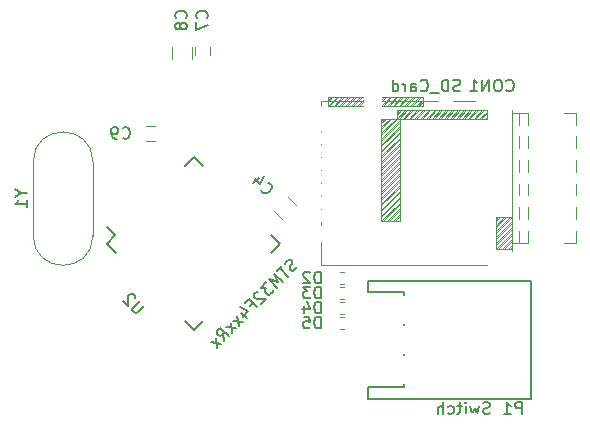
<source format=gbo>
G04 #@! TF.FileFunction,Legend,Bot*
%FSLAX46Y46*%
G04 Gerber Fmt 4.6, Leading zero omitted, Abs format (unit mm)*
G04 Created by KiCad (PCBNEW 4.0.6) date 03/12/17 16:14:44*
%MOMM*%
%LPD*%
G01*
G04 APERTURE LIST*
%ADD10C,0.100000*%
%ADD11C,0.150000*%
%ADD12C,0.120000*%
%ADD13C,0.050000*%
%ADD14C,2.600000*%
%ADD15C,2.400000*%
%ADD16C,1.900000*%
%ADD17R,1.150000X1.200000*%
%ADD18R,1.650000X1.400000*%
%ADD19R,1.200000X1.150000*%
%ADD20R,1.200000X1.200000*%
%ADD21R,2.100000X2.100000*%
%ADD22O,2.100000X2.100000*%
%ADD23C,3.600000*%
%ADD24R,2.300000X1.700000*%
%ADD25R,1.600000X1.100000*%
%ADD26R,1.600000X1.400000*%
%ADD27R,1.200000X1.400000*%
%ADD28R,3.200000X1.400000*%
G04 APERTURE END LIST*
D10*
D11*
X89224000Y-88506000D02*
X89224000Y-84556000D01*
X86224000Y-89006000D02*
X86224000Y-88506000D01*
X86224000Y-88506000D02*
X89224000Y-88506000D01*
X89224000Y-80506000D02*
X89224000Y-84556000D01*
X86224000Y-80006000D02*
X86224000Y-80506000D01*
X86224000Y-80506000D02*
X89224000Y-80506000D01*
X100024000Y-84506000D02*
X100024000Y-79506000D01*
X100024000Y-79506000D02*
X86224000Y-79506000D01*
X86224000Y-79506000D02*
X86224000Y-80006000D01*
X86224000Y-89506000D02*
X86224000Y-89006000D01*
X89224000Y-89506000D02*
X86224000Y-89506000D01*
X100024000Y-84506000D02*
X100024000Y-89506000D01*
X100024000Y-89506000D02*
X89224000Y-89506000D01*
X64125445Y-76378000D02*
X64832552Y-75670893D01*
X71444000Y-83696555D02*
X72204140Y-82936415D01*
X78762555Y-76378000D02*
X78002415Y-77138140D01*
X71444000Y-69059445D02*
X70683860Y-69819585D01*
X64125445Y-76378000D02*
X64885585Y-77138140D01*
X71444000Y-69059445D02*
X72204140Y-69819585D01*
X78762555Y-76378000D02*
X78002415Y-75617860D01*
X71444000Y-83696555D02*
X70683860Y-82936415D01*
X64832552Y-75670893D02*
X64107767Y-74946109D01*
D12*
X62920000Y-69443000D02*
G75*
G03X57870000Y-69443000I-2525000J0D01*
G01*
X62920000Y-75693000D02*
G75*
G02X57870000Y-75693000I-2525000J0D01*
G01*
X57870000Y-69443000D02*
X57870000Y-75693000D01*
X62920000Y-69443000D02*
X62920000Y-75693000D01*
X78945620Y-74305701D02*
X78238513Y-73598594D01*
X79440594Y-72396513D02*
X80147701Y-73103620D01*
X71606000Y-59721000D02*
X71606000Y-60421000D01*
X72806000Y-60421000D02*
X72806000Y-59721000D01*
X69578000Y-60749000D02*
X69578000Y-59749000D01*
X71278000Y-59749000D02*
X71278000Y-60749000D01*
X67456000Y-67656000D02*
X68156000Y-67656000D01*
X68156000Y-66456000D02*
X67456000Y-66456000D01*
X85336972Y-78794740D02*
X85336972Y-79794740D01*
X85336972Y-79794740D02*
X83236972Y-79794740D01*
X85336972Y-78794740D02*
X83236972Y-78794740D01*
X85336972Y-80064739D02*
X85336972Y-81064739D01*
X85336972Y-81064739D02*
X83236972Y-81064739D01*
X85336972Y-80064739D02*
X83236972Y-80064739D01*
X85336973Y-81334738D02*
X85336973Y-82334738D01*
X85336973Y-82334738D02*
X83236973Y-82334738D01*
X85336973Y-81334738D02*
X83236973Y-81334738D01*
X85336973Y-82604740D02*
X85336973Y-83604740D01*
X85336973Y-83604740D02*
X83236973Y-83604740D01*
X85336973Y-82604740D02*
X83236973Y-82604740D01*
D13*
X99800500Y-70296500D02*
X99800500Y-69296500D01*
X99800500Y-72296500D02*
X99800500Y-71296500D01*
X99800500Y-67296500D02*
X99800500Y-68296500D01*
X99800500Y-66296500D02*
X99800500Y-65296500D01*
X99800500Y-74296500D02*
X99800500Y-73296500D01*
X98400500Y-65296500D02*
X99800500Y-65296500D01*
X99800500Y-76296500D02*
X99800500Y-75296500D01*
X99800500Y-76296500D02*
X98400500Y-76296500D01*
X97050500Y-74496500D02*
X97400500Y-74146500D01*
X97050500Y-74346500D02*
X97250500Y-74146500D01*
X97050500Y-74996500D02*
X97900500Y-74146500D01*
X97050500Y-74846500D02*
X97750500Y-74146500D01*
X97050500Y-76496500D02*
X98400500Y-75146500D01*
X97050500Y-76346500D02*
X98400500Y-74996500D01*
X98200500Y-76846500D02*
X98400500Y-76646500D01*
X98050500Y-76846500D02*
X98400500Y-76496500D01*
X97700500Y-76846500D02*
X98400500Y-76146500D01*
X97550500Y-76846500D02*
X98400500Y-75996500D01*
X97200500Y-76846500D02*
X98400500Y-75646500D01*
X97050500Y-76846500D02*
X98400500Y-75496500D01*
X87350500Y-66146500D02*
X87700500Y-65796500D01*
X87350500Y-65996500D02*
X87550500Y-65796500D01*
X87350500Y-66646500D02*
X88200500Y-65796500D01*
X87350500Y-66496500D02*
X88050500Y-65796500D01*
X87350500Y-67146500D02*
X88700500Y-65796500D01*
X87350500Y-66996500D02*
X88550500Y-65796500D01*
X87350500Y-74146500D02*
X88950500Y-72546500D01*
X87350500Y-73996500D02*
X88950500Y-72396500D01*
X88850500Y-74496500D02*
X88950500Y-74396500D01*
X88950500Y-74046500D02*
X88500500Y-74496500D01*
X88350500Y-74496500D02*
X88950500Y-73896500D01*
X88950500Y-73546500D02*
X88000500Y-74496500D01*
X87850500Y-74496500D02*
X88950500Y-73396500D01*
X87500500Y-74496500D02*
X88950500Y-73046500D01*
X87350500Y-74496500D02*
X88950500Y-72896500D01*
X96150500Y-65796500D02*
X96250500Y-65696500D01*
X90800500Y-64746500D02*
X90850500Y-64696500D01*
X85950500Y-64746500D02*
X86000500Y-64696500D01*
X85450500Y-64746500D02*
X86000500Y-64196500D01*
X84950500Y-64746500D02*
X85700500Y-63996500D01*
X84450500Y-64746500D02*
X85200500Y-63996500D01*
X83950500Y-64746500D02*
X84700500Y-63996500D01*
X83450500Y-64746500D02*
X84200500Y-63996500D01*
X82950500Y-64746500D02*
X83700500Y-63996500D01*
X82800500Y-64396500D02*
X83200500Y-63996500D01*
X83050500Y-63996500D02*
X82800500Y-64246500D01*
X85800500Y-64746500D02*
X86000500Y-64546500D01*
X85300500Y-64746500D02*
X86000500Y-64046500D01*
X84800500Y-64746500D02*
X85550500Y-63996500D01*
X84300500Y-64746500D02*
X85050500Y-63996500D01*
X83800500Y-64746500D02*
X84550500Y-63996500D01*
X83300500Y-64746500D02*
X84050500Y-63996500D01*
X82800500Y-64746500D02*
X83550500Y-63996500D01*
X98400500Y-64296500D02*
X98400500Y-78146500D01*
X82250500Y-64296500D02*
X98400500Y-64296500D01*
X82250500Y-78146500D02*
X98400500Y-78146500D01*
X82250500Y-64296500D02*
X82250500Y-78146500D01*
X98400500Y-74146500D02*
X97050500Y-74146500D01*
X97050500Y-76846500D02*
X98400500Y-76846500D01*
X97050500Y-74146500D02*
X97050500Y-76846500D01*
X88950500Y-74496500D02*
X88950500Y-65796500D01*
X87350500Y-74496500D02*
X88950500Y-74496500D01*
X87350500Y-65796500D02*
X87350500Y-74496500D01*
X88950500Y-65796500D02*
X87350500Y-65796500D01*
X96250500Y-65096500D02*
X88650500Y-65096500D01*
X96250500Y-65796500D02*
X96250500Y-65096500D01*
X88650500Y-65796500D02*
X96250500Y-65796500D01*
X88650500Y-65096500D02*
X88650500Y-65796500D01*
X87300500Y-63996500D02*
X87300500Y-64746500D01*
X90850500Y-63996500D02*
X87300500Y-63996500D01*
X90850500Y-64746500D02*
X90850500Y-63996500D01*
X87300500Y-64746500D02*
X90850500Y-64746500D01*
X86000500Y-63996500D02*
X82800500Y-63996500D01*
X86000500Y-64746500D02*
X86000500Y-63996500D01*
X82800500Y-64746500D02*
X86000500Y-64746500D01*
X82800500Y-64746500D02*
X82800500Y-63996500D01*
X89450500Y-64746500D02*
X90200500Y-63996500D01*
X89300500Y-64746500D02*
X90050500Y-63996500D01*
X88950500Y-64746500D02*
X89700500Y-63996500D01*
X88800500Y-64746500D02*
X89550500Y-63996500D01*
X88300500Y-64746500D02*
X89050500Y-63996500D01*
X88450500Y-64746500D02*
X89200500Y-63996500D01*
X87950500Y-64746500D02*
X88700500Y-63996500D01*
X87800500Y-64746500D02*
X88550500Y-63996500D01*
X87450500Y-64746500D02*
X88200500Y-63996500D01*
X87300500Y-64746500D02*
X88050500Y-63996500D01*
X87550500Y-63996500D02*
X87300500Y-64246500D01*
X87300500Y-64396500D02*
X87700500Y-63996500D01*
X89800500Y-64746500D02*
X90550500Y-63996500D01*
X89950500Y-64746500D02*
X90700500Y-63996500D01*
X90300500Y-64746500D02*
X90850500Y-64196500D01*
X90450500Y-64746500D02*
X90850500Y-64346500D01*
X90800500Y-65796500D02*
X91500500Y-65096500D01*
X90650500Y-65796500D02*
X91350500Y-65096500D01*
X90300500Y-65796500D02*
X91000500Y-65096500D01*
X90150500Y-65796500D02*
X90850500Y-65096500D01*
X89650500Y-65796500D02*
X90350500Y-65096500D01*
X89800500Y-65796500D02*
X90500500Y-65096500D01*
X89300500Y-65796500D02*
X90000500Y-65096500D01*
X89150500Y-65796500D02*
X89850500Y-65096500D01*
X88800500Y-65796500D02*
X89500500Y-65096500D01*
X88650500Y-65796500D02*
X89350500Y-65096500D01*
X88850500Y-65096500D02*
X88650500Y-65296500D01*
X88650500Y-65446500D02*
X89000500Y-65096500D01*
X91150500Y-65796500D02*
X91850500Y-65096500D01*
X91300500Y-65796500D02*
X92000500Y-65096500D01*
X91650500Y-65796500D02*
X92350500Y-65096500D01*
X91800500Y-65796500D02*
X92500500Y-65096500D01*
X92300500Y-65796500D02*
X93000500Y-65096500D01*
X92150500Y-65796500D02*
X92850500Y-65096500D01*
X92650500Y-65796500D02*
X93350500Y-65096500D01*
X92800500Y-65796500D02*
X93500500Y-65096500D01*
X93150500Y-65796500D02*
X93850500Y-65096500D01*
X93300500Y-65796500D02*
X94000500Y-65096500D01*
X93650500Y-65796500D02*
X94350500Y-65096500D01*
X93800500Y-65796500D02*
X94500500Y-65096500D01*
X94150500Y-65796500D02*
X94850500Y-65096500D01*
X94300500Y-65796500D02*
X95000500Y-65096500D01*
X94650500Y-65796500D02*
X95350500Y-65096500D01*
X94800500Y-65796500D02*
X95500500Y-65096500D01*
X95150500Y-65796500D02*
X95850500Y-65096500D01*
X95300500Y-65796500D02*
X96000500Y-65096500D01*
X95650500Y-65796500D02*
X96250500Y-65196500D01*
X95800500Y-65796500D02*
X96250500Y-65346500D01*
X87350500Y-73646500D02*
X88950500Y-72046500D01*
X87350500Y-73496500D02*
X88950500Y-71896500D01*
X87350500Y-73146500D02*
X88950500Y-71546500D01*
X87350500Y-72996500D02*
X88950500Y-71396500D01*
X87350500Y-72646500D02*
X88950500Y-71046500D01*
X87350500Y-72496500D02*
X88950500Y-70896500D01*
X87350500Y-72146500D02*
X88950500Y-70546500D01*
X87350500Y-71996500D02*
X88950500Y-70396500D01*
X87350500Y-71646500D02*
X88950500Y-70046500D01*
X87350500Y-71496500D02*
X88950500Y-69896500D01*
X87350500Y-71146500D02*
X88950500Y-69546500D01*
X87350500Y-70996500D02*
X88950500Y-69396500D01*
X87350500Y-70646500D02*
X88950500Y-69046500D01*
X87350500Y-70496500D02*
X88950500Y-68896500D01*
X87350500Y-70146500D02*
X88950500Y-68546500D01*
X87350500Y-69996500D02*
X88950500Y-68396500D01*
X87350500Y-69646500D02*
X88950500Y-68046500D01*
X87350500Y-69496500D02*
X88950500Y-67896500D01*
X87350500Y-69146500D02*
X88950500Y-67546500D01*
X87350500Y-68996500D02*
X88950500Y-67396500D01*
X87350500Y-68646500D02*
X88950500Y-67046500D01*
X87350500Y-68496500D02*
X88950500Y-66896500D01*
X87350500Y-68146500D02*
X88950500Y-66546500D01*
X87350500Y-67996500D02*
X88950500Y-66396500D01*
X87350500Y-67646500D02*
X88950500Y-66046500D01*
X87350500Y-67496500D02*
X88950500Y-65896500D01*
X97050500Y-75846500D02*
X98400500Y-74496500D01*
X97050500Y-75996500D02*
X98400500Y-74646500D01*
X97050500Y-75346500D02*
X98250500Y-74146500D01*
X97050500Y-75496500D02*
X98400500Y-74146500D01*
X103800500Y-72296500D02*
X103800500Y-71296500D01*
X103800500Y-74296500D02*
X103800500Y-73296500D01*
X103800500Y-70296500D02*
X103800500Y-69296500D01*
X103800500Y-67296500D02*
X103800500Y-68296500D01*
X103800500Y-66296500D02*
X103800500Y-65296500D01*
X102800500Y-65296500D02*
X103800500Y-65296500D01*
X103800500Y-76296500D02*
X103800500Y-75296500D01*
X103800500Y-76296500D02*
X102800500Y-76296500D01*
X99000500Y-74296500D02*
X99000500Y-73296500D01*
X99000500Y-72296500D02*
X99000500Y-71296500D01*
X99000500Y-70296500D02*
X99000500Y-69296500D01*
X99000500Y-67296500D02*
X99000500Y-68296500D01*
X99000500Y-66296500D02*
X99000500Y-65296500D01*
X99000500Y-76296500D02*
X99000500Y-75296500D01*
D11*
X99233095Y-90800381D02*
X99233095Y-89800381D01*
X98852142Y-89800381D01*
X98756904Y-89848000D01*
X98709285Y-89895619D01*
X98661666Y-89990857D01*
X98661666Y-90133714D01*
X98709285Y-90228952D01*
X98756904Y-90276571D01*
X98852142Y-90324190D01*
X99233095Y-90324190D01*
X97709285Y-90800381D02*
X98280714Y-90800381D01*
X97995000Y-90800381D02*
X97995000Y-89800381D01*
X98090238Y-89943238D01*
X98185476Y-90038476D01*
X98280714Y-90086095D01*
X96518286Y-90752762D02*
X96375429Y-90800381D01*
X96137333Y-90800381D01*
X96042095Y-90752762D01*
X95994476Y-90705143D01*
X95946857Y-90609905D01*
X95946857Y-90514667D01*
X95994476Y-90419429D01*
X96042095Y-90371810D01*
X96137333Y-90324190D01*
X96327810Y-90276571D01*
X96423048Y-90228952D01*
X96470667Y-90181333D01*
X96518286Y-90086095D01*
X96518286Y-89990857D01*
X96470667Y-89895619D01*
X96423048Y-89848000D01*
X96327810Y-89800381D01*
X96089714Y-89800381D01*
X95946857Y-89848000D01*
X95613524Y-90133714D02*
X95423048Y-90800381D01*
X95232571Y-90324190D01*
X95042095Y-90800381D01*
X94851619Y-90133714D01*
X94470667Y-90800381D02*
X94470667Y-90133714D01*
X94470667Y-89800381D02*
X94518286Y-89848000D01*
X94470667Y-89895619D01*
X94423048Y-89848000D01*
X94470667Y-89800381D01*
X94470667Y-89895619D01*
X94137334Y-90133714D02*
X93756382Y-90133714D01*
X93994477Y-89800381D02*
X93994477Y-90657524D01*
X93946858Y-90752762D01*
X93851620Y-90800381D01*
X93756382Y-90800381D01*
X92994476Y-90752762D02*
X93089714Y-90800381D01*
X93280191Y-90800381D01*
X93375429Y-90752762D01*
X93423048Y-90705143D01*
X93470667Y-90609905D01*
X93470667Y-90324190D01*
X93423048Y-90228952D01*
X93375429Y-90181333D01*
X93280191Y-90133714D01*
X93089714Y-90133714D01*
X92994476Y-90181333D01*
X92565905Y-90800381D02*
X92565905Y-89800381D01*
X92137333Y-90800381D02*
X92137333Y-90276571D01*
X92184952Y-90181333D01*
X92280190Y-90133714D01*
X92423048Y-90133714D01*
X92518286Y-90181333D01*
X92565905Y-90228952D01*
X67278804Y-81620692D02*
X66706384Y-82193112D01*
X66605369Y-82226784D01*
X66538026Y-82226784D01*
X66437011Y-82193112D01*
X66302323Y-82058424D01*
X66268651Y-81957409D01*
X66268651Y-81890066D01*
X66302323Y-81789051D01*
X66874743Y-81216631D01*
X66504354Y-80980929D02*
X66504354Y-80913585D01*
X66470682Y-80812570D01*
X66302323Y-80644211D01*
X66201308Y-80610539D01*
X66133964Y-80610539D01*
X66032949Y-80644211D01*
X65965606Y-80711554D01*
X65898262Y-80846241D01*
X65898262Y-81654364D01*
X65460529Y-81216631D01*
X80211057Y-78343363D02*
X80143714Y-78478050D01*
X79975354Y-78646409D01*
X79874339Y-78680081D01*
X79806996Y-78680081D01*
X79705981Y-78646409D01*
X79638637Y-78579066D01*
X79604965Y-78478050D01*
X79604965Y-78410707D01*
X79638636Y-78309691D01*
X79739652Y-78141332D01*
X79773324Y-78040317D01*
X79773324Y-77972973D01*
X79739652Y-77871958D01*
X79672309Y-77804615D01*
X79571294Y-77770943D01*
X79503950Y-77770943D01*
X79402935Y-77804615D01*
X79234576Y-77972974D01*
X79167232Y-78107661D01*
X78931530Y-78276019D02*
X78527469Y-78680081D01*
X79436607Y-79185157D02*
X78729500Y-78478050D01*
X78998874Y-79622890D02*
X78291767Y-78915783D01*
X78561141Y-79656562D01*
X77820362Y-79387188D01*
X78527469Y-80094294D01*
X77550988Y-79656561D02*
X77113255Y-80094294D01*
X77618332Y-80127965D01*
X77517316Y-80228981D01*
X77483644Y-80329996D01*
X77483644Y-80397340D01*
X77517317Y-80498356D01*
X77685675Y-80666714D01*
X77786690Y-80700386D01*
X77854034Y-80700386D01*
X77955049Y-80666714D01*
X78157080Y-80464683D01*
X78190752Y-80363668D01*
X78190752Y-80296325D01*
X76911225Y-80431012D02*
X76843882Y-80431012D01*
X76742867Y-80464683D01*
X76574507Y-80633043D01*
X76540836Y-80734058D01*
X76540836Y-80801401D01*
X76574507Y-80902416D01*
X76641851Y-80969760D01*
X76776538Y-81037103D01*
X77584660Y-81037103D01*
X77146927Y-81474836D01*
X76237789Y-81643195D02*
X76473492Y-81407492D01*
X76843882Y-81777882D02*
X76136775Y-81070775D01*
X75800057Y-81407493D01*
X75463339Y-82215615D02*
X75934744Y-82687019D01*
X75362325Y-81777882D02*
X76035760Y-82114600D01*
X75598027Y-82552333D01*
X75631698Y-82990065D02*
X74789904Y-82889050D01*
X75160294Y-82518660D02*
X75261309Y-83360455D01*
X75059279Y-83562485D02*
X74217484Y-83461470D01*
X74587874Y-83091080D02*
X74688889Y-83932874D01*
X74015454Y-84606310D02*
X73914439Y-84033889D01*
X74419515Y-84202248D02*
X73712408Y-83495141D01*
X73443034Y-83764516D01*
X73409362Y-83865531D01*
X73409362Y-83932874D01*
X73443034Y-84033890D01*
X73544049Y-84134905D01*
X73645064Y-84168576D01*
X73712408Y-84168576D01*
X73813423Y-84134905D01*
X74082797Y-83865530D01*
X73779752Y-84842012D02*
X72937957Y-84740996D01*
X73308347Y-84370607D02*
X73409362Y-85212401D01*
X56846190Y-72091809D02*
X57322381Y-72091809D01*
X56322381Y-71758476D02*
X56846190Y-72091809D01*
X56322381Y-72425143D01*
X57322381Y-73282286D02*
X57322381Y-72710857D01*
X57322381Y-72996571D02*
X56322381Y-72996571D01*
X56465238Y-72901333D01*
X56560476Y-72806095D01*
X56608095Y-72710857D01*
X77151312Y-71795389D02*
X77151312Y-71862732D01*
X77218656Y-71997419D01*
X77285999Y-72064763D01*
X77420687Y-72132107D01*
X77555374Y-72132107D01*
X77656389Y-72098435D01*
X77824747Y-71997420D01*
X77925763Y-71896404D01*
X78026778Y-71728045D01*
X78060450Y-71627030D01*
X78060450Y-71492343D01*
X77993106Y-71357656D01*
X77925763Y-71290312D01*
X77791076Y-71222969D01*
X77723732Y-71222969D01*
X76949282Y-70785236D02*
X76477877Y-71256641D01*
X77387015Y-70684222D02*
X77050297Y-71357657D01*
X76612564Y-70919924D01*
X72563143Y-57288334D02*
X72610762Y-57240715D01*
X72658381Y-57097858D01*
X72658381Y-57002620D01*
X72610762Y-56859762D01*
X72515524Y-56764524D01*
X72420286Y-56716905D01*
X72229810Y-56669286D01*
X72086952Y-56669286D01*
X71896476Y-56716905D01*
X71801238Y-56764524D01*
X71706000Y-56859762D01*
X71658381Y-57002620D01*
X71658381Y-57097858D01*
X71706000Y-57240715D01*
X71753619Y-57288334D01*
X71658381Y-57621667D02*
X71658381Y-58288334D01*
X72658381Y-57859762D01*
X70785143Y-57288334D02*
X70832762Y-57240715D01*
X70880381Y-57097858D01*
X70880381Y-57002620D01*
X70832762Y-56859762D01*
X70737524Y-56764524D01*
X70642286Y-56716905D01*
X70451810Y-56669286D01*
X70308952Y-56669286D01*
X70118476Y-56716905D01*
X70023238Y-56764524D01*
X69928000Y-56859762D01*
X69880381Y-57002620D01*
X69880381Y-57097858D01*
X69928000Y-57240715D01*
X69975619Y-57288334D01*
X70308952Y-57859762D02*
X70261333Y-57764524D01*
X70213714Y-57716905D01*
X70118476Y-57669286D01*
X70070857Y-57669286D01*
X69975619Y-57716905D01*
X69928000Y-57764524D01*
X69880381Y-57859762D01*
X69880381Y-58050239D01*
X69928000Y-58145477D01*
X69975619Y-58193096D01*
X70070857Y-58240715D01*
X70118476Y-58240715D01*
X70213714Y-58193096D01*
X70261333Y-58145477D01*
X70308952Y-58050239D01*
X70308952Y-57859762D01*
X70356571Y-57764524D01*
X70404190Y-57716905D01*
X70499429Y-57669286D01*
X70689905Y-57669286D01*
X70785143Y-57716905D01*
X70832762Y-57764524D01*
X70880381Y-57859762D01*
X70880381Y-58050239D01*
X70832762Y-58145477D01*
X70785143Y-58193096D01*
X70689905Y-58240715D01*
X70499429Y-58240715D01*
X70404190Y-58193096D01*
X70356571Y-58145477D01*
X70308952Y-58050239D01*
X65432666Y-67413143D02*
X65480285Y-67460762D01*
X65623142Y-67508381D01*
X65718380Y-67508381D01*
X65861238Y-67460762D01*
X65956476Y-67365524D01*
X66004095Y-67270286D01*
X66051714Y-67079810D01*
X66051714Y-66936952D01*
X66004095Y-66746476D01*
X65956476Y-66651238D01*
X65861238Y-66556000D01*
X65718380Y-66508381D01*
X65623142Y-66508381D01*
X65480285Y-66556000D01*
X65432666Y-66603619D01*
X64956476Y-67508381D02*
X64766000Y-67508381D01*
X64670761Y-67460762D01*
X64623142Y-67413143D01*
X64527904Y-67270286D01*
X64480285Y-67079810D01*
X64480285Y-66698857D01*
X64527904Y-66603619D01*
X64575523Y-66556000D01*
X64670761Y-66508381D01*
X64861238Y-66508381D01*
X64956476Y-66556000D01*
X65004095Y-66603619D01*
X65051714Y-66698857D01*
X65051714Y-66936952D01*
X65004095Y-67032190D01*
X64956476Y-67079810D01*
X64861238Y-67127429D01*
X64670761Y-67127429D01*
X64575523Y-67079810D01*
X64527904Y-67032190D01*
X64480285Y-66936952D01*
X82235067Y-79747121D02*
X82235067Y-78747121D01*
X81996972Y-78747121D01*
X81854114Y-78794740D01*
X81758876Y-78889978D01*
X81711257Y-78985216D01*
X81663638Y-79175692D01*
X81663638Y-79318550D01*
X81711257Y-79509026D01*
X81758876Y-79604264D01*
X81854114Y-79699502D01*
X81996972Y-79747121D01*
X82235067Y-79747121D01*
X81282686Y-78842359D02*
X81235067Y-78794740D01*
X81139829Y-78747121D01*
X80901733Y-78747121D01*
X80806495Y-78794740D01*
X80758876Y-78842359D01*
X80711257Y-78937597D01*
X80711257Y-79032835D01*
X80758876Y-79175692D01*
X81330305Y-79747121D01*
X80711257Y-79747121D01*
X82235067Y-81017120D02*
X82235067Y-80017120D01*
X81996972Y-80017120D01*
X81854114Y-80064739D01*
X81758876Y-80159977D01*
X81711257Y-80255215D01*
X81663638Y-80445691D01*
X81663638Y-80588549D01*
X81711257Y-80779025D01*
X81758876Y-80874263D01*
X81854114Y-80969501D01*
X81996972Y-81017120D01*
X82235067Y-81017120D01*
X81330305Y-80017120D02*
X80711257Y-80017120D01*
X81044591Y-80398072D01*
X80901733Y-80398072D01*
X80806495Y-80445691D01*
X80758876Y-80493310D01*
X80711257Y-80588549D01*
X80711257Y-80826644D01*
X80758876Y-80921882D01*
X80806495Y-80969501D01*
X80901733Y-81017120D01*
X81187448Y-81017120D01*
X81282686Y-80969501D01*
X81330305Y-80921882D01*
X82235068Y-82287119D02*
X82235068Y-81287119D01*
X81996973Y-81287119D01*
X81854115Y-81334738D01*
X81758877Y-81429976D01*
X81711258Y-81525214D01*
X81663639Y-81715690D01*
X81663639Y-81858548D01*
X81711258Y-82049024D01*
X81758877Y-82144262D01*
X81854115Y-82239500D01*
X81996973Y-82287119D01*
X82235068Y-82287119D01*
X80806496Y-81620452D02*
X80806496Y-82287119D01*
X81044592Y-81239500D02*
X81282687Y-81953786D01*
X80663639Y-81953786D01*
X82235068Y-83557121D02*
X82235068Y-82557121D01*
X81996973Y-82557121D01*
X81854115Y-82604740D01*
X81758877Y-82699978D01*
X81711258Y-82795216D01*
X81663639Y-82985692D01*
X81663639Y-83128550D01*
X81711258Y-83319026D01*
X81758877Y-83414264D01*
X81854115Y-83509502D01*
X81996973Y-83557121D01*
X82235068Y-83557121D01*
X80758877Y-82557121D02*
X81235068Y-82557121D01*
X81282687Y-83033311D01*
X81235068Y-82985692D01*
X81139830Y-82938073D01*
X80901734Y-82938073D01*
X80806496Y-82985692D01*
X80758877Y-83033311D01*
X80711258Y-83128550D01*
X80711258Y-83366645D01*
X80758877Y-83461883D01*
X80806496Y-83509502D01*
X80901734Y-83557121D01*
X81139830Y-83557121D01*
X81235068Y-83509502D01*
X81282687Y-83461883D01*
X97931285Y-63400143D02*
X97978904Y-63447762D01*
X98121761Y-63495381D01*
X98216999Y-63495381D01*
X98359857Y-63447762D01*
X98455095Y-63352524D01*
X98502714Y-63257286D01*
X98550333Y-63066810D01*
X98550333Y-62923952D01*
X98502714Y-62733476D01*
X98455095Y-62638238D01*
X98359857Y-62543000D01*
X98216999Y-62495381D01*
X98121761Y-62495381D01*
X97978904Y-62543000D01*
X97931285Y-62590619D01*
X97312238Y-62495381D02*
X97121761Y-62495381D01*
X97026523Y-62543000D01*
X96931285Y-62638238D01*
X96883666Y-62828714D01*
X96883666Y-63162048D01*
X96931285Y-63352524D01*
X97026523Y-63447762D01*
X97121761Y-63495381D01*
X97312238Y-63495381D01*
X97407476Y-63447762D01*
X97502714Y-63352524D01*
X97550333Y-63162048D01*
X97550333Y-62828714D01*
X97502714Y-62638238D01*
X97407476Y-62543000D01*
X97312238Y-62495381D01*
X96455095Y-63495381D02*
X96455095Y-62495381D01*
X95883666Y-63495381D01*
X95883666Y-62495381D01*
X94883666Y-63495381D02*
X95455095Y-63495381D01*
X95169381Y-63495381D02*
X95169381Y-62495381D01*
X95264619Y-62638238D01*
X95359857Y-62733476D01*
X95455095Y-62781095D01*
X94009953Y-63447762D02*
X93867096Y-63495381D01*
X93629000Y-63495381D01*
X93533762Y-63447762D01*
X93486143Y-63400143D01*
X93438524Y-63304905D01*
X93438524Y-63209667D01*
X93486143Y-63114429D01*
X93533762Y-63066810D01*
X93629000Y-63019190D01*
X93819477Y-62971571D01*
X93914715Y-62923952D01*
X93962334Y-62876333D01*
X94009953Y-62781095D01*
X94009953Y-62685857D01*
X93962334Y-62590619D01*
X93914715Y-62543000D01*
X93819477Y-62495381D01*
X93581381Y-62495381D01*
X93438524Y-62543000D01*
X93009953Y-63495381D02*
X93009953Y-62495381D01*
X92771858Y-62495381D01*
X92629000Y-62543000D01*
X92533762Y-62638238D01*
X92486143Y-62733476D01*
X92438524Y-62923952D01*
X92438524Y-63066810D01*
X92486143Y-63257286D01*
X92533762Y-63352524D01*
X92629000Y-63447762D01*
X92771858Y-63495381D01*
X93009953Y-63495381D01*
X92248048Y-63590619D02*
X91486143Y-63590619D01*
X90676619Y-63400143D02*
X90724238Y-63447762D01*
X90867095Y-63495381D01*
X90962333Y-63495381D01*
X91105191Y-63447762D01*
X91200429Y-63352524D01*
X91248048Y-63257286D01*
X91295667Y-63066810D01*
X91295667Y-62923952D01*
X91248048Y-62733476D01*
X91200429Y-62638238D01*
X91105191Y-62543000D01*
X90962333Y-62495381D01*
X90867095Y-62495381D01*
X90724238Y-62543000D01*
X90676619Y-62590619D01*
X89819476Y-63495381D02*
X89819476Y-62971571D01*
X89867095Y-62876333D01*
X89962333Y-62828714D01*
X90152810Y-62828714D01*
X90248048Y-62876333D01*
X89819476Y-63447762D02*
X89914714Y-63495381D01*
X90152810Y-63495381D01*
X90248048Y-63447762D01*
X90295667Y-63352524D01*
X90295667Y-63257286D01*
X90248048Y-63162048D01*
X90152810Y-63114429D01*
X89914714Y-63114429D01*
X89819476Y-63066810D01*
X89343286Y-63495381D02*
X89343286Y-62828714D01*
X89343286Y-63019190D02*
X89295667Y-62923952D01*
X89248048Y-62876333D01*
X89152810Y-62828714D01*
X89057571Y-62828714D01*
X88295666Y-63495381D02*
X88295666Y-62495381D01*
X88295666Y-63447762D02*
X88390904Y-63495381D01*
X88581381Y-63495381D01*
X88676619Y-63447762D01*
X88724238Y-63400143D01*
X88771857Y-63304905D01*
X88771857Y-63019190D01*
X88724238Y-62923952D01*
X88676619Y-62876333D01*
X88581381Y-62828714D01*
X88390904Y-62828714D01*
X88295666Y-62876333D01*
%LPC*%
D14*
X95000000Y-92000000D03*
D15*
X89224000Y-87046000D03*
X89224000Y-84506000D03*
X89224000Y-81966000D03*
X60776000Y-87046000D03*
X60776000Y-84506000D03*
X60776000Y-81966000D03*
D10*
G36*
X64037057Y-74733977D02*
X64496676Y-74274358D01*
X65486625Y-75264307D01*
X65027006Y-75723926D01*
X64037057Y-74733977D01*
X64037057Y-74733977D01*
G37*
G36*
X64390610Y-74380423D02*
X64850229Y-73920804D01*
X65840178Y-74910753D01*
X65380559Y-75370372D01*
X64390610Y-74380423D01*
X64390610Y-74380423D01*
G37*
G36*
X64744164Y-74026870D02*
X65203783Y-73567251D01*
X66193732Y-74557200D01*
X65734113Y-75016819D01*
X64744164Y-74026870D01*
X64744164Y-74026870D01*
G37*
G36*
X65097717Y-73673317D02*
X65557336Y-73213698D01*
X66547285Y-74203647D01*
X66087666Y-74663266D01*
X65097717Y-73673317D01*
X65097717Y-73673317D01*
G37*
G36*
X65451270Y-73319763D02*
X65910889Y-72860144D01*
X66900838Y-73850093D01*
X66441219Y-74309712D01*
X65451270Y-73319763D01*
X65451270Y-73319763D01*
G37*
G36*
X65804824Y-72966210D02*
X66264443Y-72506591D01*
X67254392Y-73496540D01*
X66794773Y-73956159D01*
X65804824Y-72966210D01*
X65804824Y-72966210D01*
G37*
G36*
X66158377Y-72612656D02*
X66617996Y-72153037D01*
X67607945Y-73142986D01*
X67148326Y-73602605D01*
X66158377Y-72612656D01*
X66158377Y-72612656D01*
G37*
G36*
X66511931Y-72259103D02*
X66971550Y-71799484D01*
X67961499Y-72789433D01*
X67501880Y-73249052D01*
X66511931Y-72259103D01*
X66511931Y-72259103D01*
G37*
G36*
X66865484Y-71905550D02*
X67325103Y-71445931D01*
X68315052Y-72435880D01*
X67855433Y-72895499D01*
X66865484Y-71905550D01*
X66865484Y-71905550D01*
G37*
G36*
X67219037Y-71551996D02*
X67678656Y-71092377D01*
X68668605Y-72082326D01*
X68208986Y-72541945D01*
X67219037Y-71551996D01*
X67219037Y-71551996D01*
G37*
G36*
X67572591Y-71198443D02*
X68032210Y-70738824D01*
X69022159Y-71728773D01*
X68562540Y-72188392D01*
X67572591Y-71198443D01*
X67572591Y-71198443D01*
G37*
G36*
X67926144Y-70844889D02*
X68385763Y-70385270D01*
X69375712Y-71375219D01*
X68916093Y-71834838D01*
X67926144Y-70844889D01*
X67926144Y-70844889D01*
G37*
G36*
X68279698Y-70491336D02*
X68739317Y-70031717D01*
X69729266Y-71021666D01*
X69269647Y-71481285D01*
X68279698Y-70491336D01*
X68279698Y-70491336D01*
G37*
G36*
X68633251Y-70137783D02*
X69092870Y-69678164D01*
X70082819Y-70668113D01*
X69623200Y-71127732D01*
X68633251Y-70137783D01*
X68633251Y-70137783D01*
G37*
G36*
X68986804Y-69784229D02*
X69446423Y-69324610D01*
X70436372Y-70314559D01*
X69976753Y-70774178D01*
X68986804Y-69784229D01*
X68986804Y-69784229D01*
G37*
G36*
X69340358Y-69430676D02*
X69799977Y-68971057D01*
X70789926Y-69961006D01*
X70330307Y-70420625D01*
X69340358Y-69430676D01*
X69340358Y-69430676D01*
G37*
G36*
X73088023Y-68971057D02*
X73547642Y-69430676D01*
X72557693Y-70420625D01*
X72098074Y-69961006D01*
X73088023Y-68971057D01*
X73088023Y-68971057D01*
G37*
G36*
X73441577Y-69324610D02*
X73901196Y-69784229D01*
X72911247Y-70774178D01*
X72451628Y-70314559D01*
X73441577Y-69324610D01*
X73441577Y-69324610D01*
G37*
G36*
X73795130Y-69678164D02*
X74254749Y-70137783D01*
X73264800Y-71127732D01*
X72805181Y-70668113D01*
X73795130Y-69678164D01*
X73795130Y-69678164D01*
G37*
G36*
X74148683Y-70031717D02*
X74608302Y-70491336D01*
X73618353Y-71481285D01*
X73158734Y-71021666D01*
X74148683Y-70031717D01*
X74148683Y-70031717D01*
G37*
G36*
X74502237Y-70385270D02*
X74961856Y-70844889D01*
X73971907Y-71834838D01*
X73512288Y-71375219D01*
X74502237Y-70385270D01*
X74502237Y-70385270D01*
G37*
G36*
X74855790Y-70738824D02*
X75315409Y-71198443D01*
X74325460Y-72188392D01*
X73865841Y-71728773D01*
X74855790Y-70738824D01*
X74855790Y-70738824D01*
G37*
G36*
X75209344Y-71092377D02*
X75668963Y-71551996D01*
X74679014Y-72541945D01*
X74219395Y-72082326D01*
X75209344Y-71092377D01*
X75209344Y-71092377D01*
G37*
G36*
X75562897Y-71445931D02*
X76022516Y-71905550D01*
X75032567Y-72895499D01*
X74572948Y-72435880D01*
X75562897Y-71445931D01*
X75562897Y-71445931D01*
G37*
G36*
X75916450Y-71799484D02*
X76376069Y-72259103D01*
X75386120Y-73249052D01*
X74926501Y-72789433D01*
X75916450Y-71799484D01*
X75916450Y-71799484D01*
G37*
G36*
X76270004Y-72153037D02*
X76729623Y-72612656D01*
X75739674Y-73602605D01*
X75280055Y-73142986D01*
X76270004Y-72153037D01*
X76270004Y-72153037D01*
G37*
G36*
X76623557Y-72506591D02*
X77083176Y-72966210D01*
X76093227Y-73956159D01*
X75633608Y-73496540D01*
X76623557Y-72506591D01*
X76623557Y-72506591D01*
G37*
G36*
X76977111Y-72860144D02*
X77436730Y-73319763D01*
X76446781Y-74309712D01*
X75987162Y-73850093D01*
X76977111Y-72860144D01*
X76977111Y-72860144D01*
G37*
G36*
X77330664Y-73213698D02*
X77790283Y-73673317D01*
X76800334Y-74663266D01*
X76340715Y-74203647D01*
X77330664Y-73213698D01*
X77330664Y-73213698D01*
G37*
G36*
X77684217Y-73567251D02*
X78143836Y-74026870D01*
X77153887Y-75016819D01*
X76694268Y-74557200D01*
X77684217Y-73567251D01*
X77684217Y-73567251D01*
G37*
G36*
X78037771Y-73920804D02*
X78497390Y-74380423D01*
X77507441Y-75370372D01*
X77047822Y-74910753D01*
X78037771Y-73920804D01*
X78037771Y-73920804D01*
G37*
G36*
X78391324Y-74274358D02*
X78850943Y-74733977D01*
X77860994Y-75723926D01*
X77401375Y-75264307D01*
X78391324Y-74274358D01*
X78391324Y-74274358D01*
G37*
G36*
X77401375Y-77491693D02*
X77860994Y-77032074D01*
X78850943Y-78022023D01*
X78391324Y-78481642D01*
X77401375Y-77491693D01*
X77401375Y-77491693D01*
G37*
G36*
X77047822Y-77845247D02*
X77507441Y-77385628D01*
X78497390Y-78375577D01*
X78037771Y-78835196D01*
X77047822Y-77845247D01*
X77047822Y-77845247D01*
G37*
G36*
X76694268Y-78198800D02*
X77153887Y-77739181D01*
X78143836Y-78729130D01*
X77684217Y-79188749D01*
X76694268Y-78198800D01*
X76694268Y-78198800D01*
G37*
G36*
X76340715Y-78552353D02*
X76800334Y-78092734D01*
X77790283Y-79082683D01*
X77330664Y-79542302D01*
X76340715Y-78552353D01*
X76340715Y-78552353D01*
G37*
G36*
X75987162Y-78905907D02*
X76446781Y-78446288D01*
X77436730Y-79436237D01*
X76977111Y-79895856D01*
X75987162Y-78905907D01*
X75987162Y-78905907D01*
G37*
G36*
X75633608Y-79259460D02*
X76093227Y-78799841D01*
X77083176Y-79789790D01*
X76623557Y-80249409D01*
X75633608Y-79259460D01*
X75633608Y-79259460D01*
G37*
G36*
X75280055Y-79613014D02*
X75739674Y-79153395D01*
X76729623Y-80143344D01*
X76270004Y-80602963D01*
X75280055Y-79613014D01*
X75280055Y-79613014D01*
G37*
G36*
X74926501Y-79966567D02*
X75386120Y-79506948D01*
X76376069Y-80496897D01*
X75916450Y-80956516D01*
X74926501Y-79966567D01*
X74926501Y-79966567D01*
G37*
G36*
X74572948Y-80320120D02*
X75032567Y-79860501D01*
X76022516Y-80850450D01*
X75562897Y-81310069D01*
X74572948Y-80320120D01*
X74572948Y-80320120D01*
G37*
G36*
X74219395Y-80673674D02*
X74679014Y-80214055D01*
X75668963Y-81204004D01*
X75209344Y-81663623D01*
X74219395Y-80673674D01*
X74219395Y-80673674D01*
G37*
G36*
X73865841Y-81027227D02*
X74325460Y-80567608D01*
X75315409Y-81557557D01*
X74855790Y-82017176D01*
X73865841Y-81027227D01*
X73865841Y-81027227D01*
G37*
G36*
X73512288Y-81380781D02*
X73971907Y-80921162D01*
X74961856Y-81911111D01*
X74502237Y-82370730D01*
X73512288Y-81380781D01*
X73512288Y-81380781D01*
G37*
G36*
X73158734Y-81734334D02*
X73618353Y-81274715D01*
X74608302Y-82264664D01*
X74148683Y-82724283D01*
X73158734Y-81734334D01*
X73158734Y-81734334D01*
G37*
G36*
X72805181Y-82087887D02*
X73264800Y-81628268D01*
X74254749Y-82618217D01*
X73795130Y-83077836D01*
X72805181Y-82087887D01*
X72805181Y-82087887D01*
G37*
G36*
X72451628Y-82441441D02*
X72911247Y-81981822D01*
X73901196Y-82971771D01*
X73441577Y-83431390D01*
X72451628Y-82441441D01*
X72451628Y-82441441D01*
G37*
G36*
X72098074Y-82794994D02*
X72557693Y-82335375D01*
X73547642Y-83325324D01*
X73088023Y-83784943D01*
X72098074Y-82794994D01*
X72098074Y-82794994D01*
G37*
G36*
X70330307Y-82335375D02*
X70789926Y-82794994D01*
X69799977Y-83784943D01*
X69340358Y-83325324D01*
X70330307Y-82335375D01*
X70330307Y-82335375D01*
G37*
G36*
X69976753Y-81981822D02*
X70436372Y-82441441D01*
X69446423Y-83431390D01*
X68986804Y-82971771D01*
X69976753Y-81981822D01*
X69976753Y-81981822D01*
G37*
G36*
X69623200Y-81628268D02*
X70082819Y-82087887D01*
X69092870Y-83077836D01*
X68633251Y-82618217D01*
X69623200Y-81628268D01*
X69623200Y-81628268D01*
G37*
G36*
X69269647Y-81274715D02*
X69729266Y-81734334D01*
X68739317Y-82724283D01*
X68279698Y-82264664D01*
X69269647Y-81274715D01*
X69269647Y-81274715D01*
G37*
G36*
X68916093Y-80921162D02*
X69375712Y-81380781D01*
X68385763Y-82370730D01*
X67926144Y-81911111D01*
X68916093Y-80921162D01*
X68916093Y-80921162D01*
G37*
G36*
X68562540Y-80567608D02*
X69022159Y-81027227D01*
X68032210Y-82017176D01*
X67572591Y-81557557D01*
X68562540Y-80567608D01*
X68562540Y-80567608D01*
G37*
G36*
X68208986Y-80214055D02*
X68668605Y-80673674D01*
X67678656Y-81663623D01*
X67219037Y-81204004D01*
X68208986Y-80214055D01*
X68208986Y-80214055D01*
G37*
G36*
X67855433Y-79860501D02*
X68315052Y-80320120D01*
X67325103Y-81310069D01*
X66865484Y-80850450D01*
X67855433Y-79860501D01*
X67855433Y-79860501D01*
G37*
G36*
X67501880Y-79506948D02*
X67961499Y-79966567D01*
X66971550Y-80956516D01*
X66511931Y-80496897D01*
X67501880Y-79506948D01*
X67501880Y-79506948D01*
G37*
G36*
X67148326Y-79153395D02*
X67607945Y-79613014D01*
X66617996Y-80602963D01*
X66158377Y-80143344D01*
X67148326Y-79153395D01*
X67148326Y-79153395D01*
G37*
G36*
X66794773Y-78799841D02*
X67254392Y-79259460D01*
X66264443Y-80249409D01*
X65804824Y-79789790D01*
X66794773Y-78799841D01*
X66794773Y-78799841D01*
G37*
G36*
X66441219Y-78446288D02*
X66900838Y-78905907D01*
X65910889Y-79895856D01*
X65451270Y-79436237D01*
X66441219Y-78446288D01*
X66441219Y-78446288D01*
G37*
G36*
X66087666Y-78092734D02*
X66547285Y-78552353D01*
X65557336Y-79542302D01*
X65097717Y-79082683D01*
X66087666Y-78092734D01*
X66087666Y-78092734D01*
G37*
G36*
X65734113Y-77739181D02*
X66193732Y-78198800D01*
X65203783Y-79188749D01*
X64744164Y-78729130D01*
X65734113Y-77739181D01*
X65734113Y-77739181D01*
G37*
G36*
X65380559Y-77385628D02*
X65840178Y-77845247D01*
X64850229Y-78835196D01*
X64390610Y-78375577D01*
X65380559Y-77385628D01*
X65380559Y-77385628D01*
G37*
G36*
X65027006Y-77032074D02*
X65486625Y-77491693D01*
X64496676Y-78481642D01*
X64037057Y-78022023D01*
X65027006Y-77032074D01*
X65027006Y-77032074D01*
G37*
D16*
X60395000Y-70128000D03*
X60395000Y-72568000D03*
X60395000Y-75008000D03*
D10*
G36*
X77407662Y-72732388D02*
X78574388Y-71565662D01*
X79564338Y-72555612D01*
X78397612Y-73722338D01*
X77407662Y-72732388D01*
X77407662Y-72732388D01*
G37*
G36*
X78821876Y-74146602D02*
X79988602Y-72979876D01*
X80978552Y-73969826D01*
X79811826Y-75136552D01*
X78821876Y-74146602D01*
X78821876Y-74146602D01*
G37*
D17*
X72206000Y-59321000D03*
X72206000Y-60821000D03*
D18*
X70428000Y-59249000D03*
X70428000Y-61249000D03*
D19*
X67056000Y-67056000D03*
X68556000Y-67056000D03*
D20*
X83236972Y-79294740D03*
X84836972Y-79294740D03*
X83236972Y-80564739D03*
X84836972Y-80564739D03*
X83236973Y-81834738D03*
X84836973Y-81834738D03*
X83236973Y-83104740D03*
X84836973Y-83104740D03*
D21*
X80518000Y-84582000D03*
D22*
X80518000Y-87122000D03*
X80518000Y-89662000D03*
X80518000Y-92202000D03*
D15*
X66364000Y-83998000D03*
X68160051Y-85794051D03*
X69956102Y-87590102D03*
X71752153Y-89386153D03*
X73548204Y-91182204D03*
D23*
X107000000Y-92000000D03*
D24*
X97450500Y-77896500D03*
D25*
X82350500Y-73996500D03*
X82350500Y-72896500D03*
X82350500Y-71796500D03*
X82350500Y-70696500D03*
X82350500Y-69596500D03*
X82350500Y-68496500D03*
X82350500Y-67396500D03*
X82350500Y-66296500D03*
X82350500Y-65346500D03*
D26*
X82350500Y-75546500D03*
X86650500Y-64396500D03*
D27*
X92850500Y-64396500D03*
D28*
X97000500Y-64396500D03*
D14*
X55000000Y-92000000D03*
M02*

</source>
